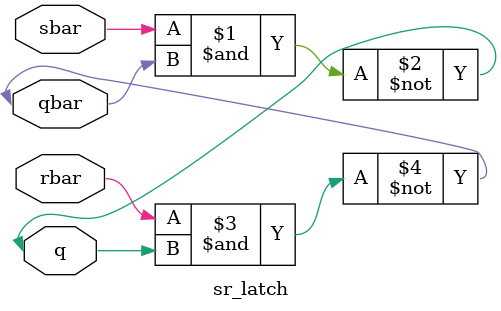
<source format=v>
`timescale 1ns / 1ps


module sr_latch(sbar,rbar,q,qbar);
    input sbar,rbar;
    inout q,qbar;
   
    nand n1(q,sbar,qbar);
    nand n2(qbar,rbar,q);
endmodule

</source>
